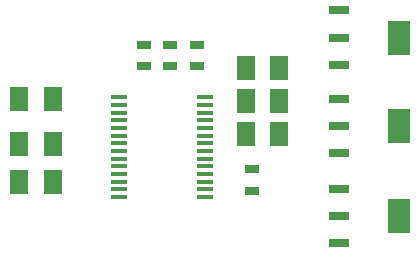
<source format=gtp>
G75*
G70*
%OFA0B0*%
%FSLAX24Y24*%
%IPPOS*%
%LPD*%
%AMOC8*
5,1,8,0,0,1.08239X$1,22.5*
%
%ADD10R,0.0709X0.0315*%
%ADD11R,0.0728X0.1181*%
%ADD12R,0.0630X0.0787*%
%ADD13R,0.0472X0.0315*%
%ADD14R,0.0550X0.0137*%
D10*
X013836Y001557D03*
X013840Y002462D03*
X013836Y003368D03*
X013836Y004557D03*
X013840Y005462D03*
X013836Y006368D03*
X013836Y007507D03*
X013840Y008412D03*
X013836Y009318D03*
D11*
X015840Y008412D03*
X015840Y005462D03*
X015840Y002462D03*
D12*
X011841Y005212D03*
X010738Y005212D03*
X010738Y006312D03*
X011841Y006312D03*
X011841Y007412D03*
X010738Y007412D03*
X004291Y006362D03*
X003188Y006362D03*
X003188Y004862D03*
X004291Y004862D03*
X004291Y003612D03*
X003188Y003612D03*
D13*
X007340Y007458D03*
X008190Y007458D03*
X009090Y007458D03*
X009090Y008166D03*
X008190Y008166D03*
X007340Y008166D03*
X010940Y004016D03*
X010940Y003308D03*
D14*
X006500Y003099D03*
X006500Y003355D03*
X006500Y003610D03*
X006500Y003866D03*
X006500Y004122D03*
X006500Y004378D03*
X006500Y004634D03*
X006500Y004890D03*
X006500Y005146D03*
X006500Y005402D03*
X006500Y005658D03*
X006500Y005914D03*
X006500Y006170D03*
X006500Y006425D03*
X009379Y006425D03*
X009379Y006170D03*
X009379Y005914D03*
X009379Y005658D03*
X009379Y005402D03*
X009379Y005146D03*
X009379Y004890D03*
X009379Y004634D03*
X009379Y004378D03*
X009379Y004122D03*
X009379Y003866D03*
X009379Y003610D03*
X009379Y003355D03*
X009379Y003099D03*
M02*

</source>
